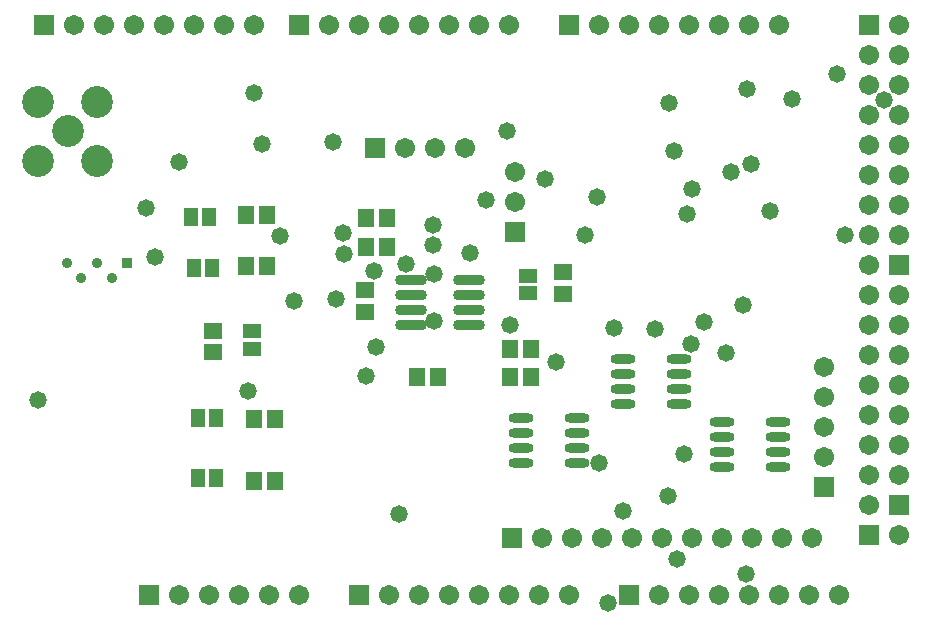
<source format=gbs>
%FSDAX24Y24*%
%MOIN*%
%SFA1B1*%

%IPPOS*%
%ADD39R,0.055200X0.063100*%
%ADD40R,0.063100X0.055200*%
%ADD44R,0.051300X0.063100*%
%ADD52R,0.067100X0.067100*%
%ADD53C,0.067100*%
%ADD54R,0.067100X0.067100*%
%ADD55C,0.106400*%
%ADD56R,0.035600X0.035600*%
%ADD57C,0.035600*%
%ADD58C,0.058000*%
%ADD59R,0.063100X0.051300*%
%ADD60O,0.106400X0.035600*%
%ADD61O,0.082800X0.031600*%
%LNpcb_csn_v3_1-1*%
%LPD*%
G54D39*
X014154Y008150D03*
X013446D03*
X017254Y009100D03*
X016546D03*
X017254Y008150D03*
X016546D03*
X011746Y012500D03*
X012454D03*
X007746Y011850D03*
X008454D03*
X007746Y013550D03*
X008454D03*
X012454Y013450D03*
X011746D03*
X007996Y006750D03*
X008704D03*
X007996Y004700D03*
X008704D03*
G54D40*
X011700Y010346D03*
Y011054D03*
X006650Y008996D03*
Y009704D03*
X018300Y010946D03*
Y011654D03*
G54D44*
X006745Y004800D03*
X006155D03*
X006595Y011800D03*
X006005D03*
X006495Y013500D03*
X005905D03*
X006745Y006800D03*
X006155D03*
G54D52*
X011500Y000900D03*
X028500Y002900D03*
X016600Y002800D03*
X028500Y019900D03*
X009500D03*
X020500Y000900D03*
X012050Y015800D03*
X001000Y019900D03*
X018500D03*
X004500Y000900D03*
G54D53*
X012500Y000900D03*
X013500D03*
X014500D03*
X015500D03*
X016500D03*
X017500D03*
X018500D03*
X029500Y002900D03*
X026600Y002800D03*
X025600D03*
X024600D03*
X023600D03*
X022600D03*
X021600D03*
X020600D03*
X019600D03*
X018600D03*
X017600D03*
X029500Y019900D03*
X010500D03*
X011500D03*
X012500D03*
X013500D03*
X014500D03*
X015500D03*
X016500D03*
X021500Y000900D03*
X022500D03*
X023500D03*
X024500D03*
X025500D03*
X026500D03*
X027500D03*
X028500Y003900D03*
X029500Y004900D03*
X028500D03*
X029500Y005900D03*
X028500D03*
X029500Y006900D03*
X028500D03*
X029500Y007900D03*
X028500D03*
X029500Y008900D03*
X028500D03*
X029500Y009900D03*
X028500D03*
X029500Y010900D03*
X028500D03*
X015050Y015800D03*
X014050D03*
X013050D03*
X002000Y019900D03*
X003000D03*
X004000D03*
X005000D03*
X006000D03*
X007000D03*
X008000D03*
X019500D03*
X020500D03*
X021500D03*
X022500D03*
X023500D03*
X024500D03*
X025500D03*
X005500Y000900D03*
X006500D03*
X007500D03*
X008500D03*
X009500D03*
X028500Y011900D03*
X029500Y012900D03*
X028500D03*
X029500Y013900D03*
X028500D03*
X029500Y014900D03*
X028500D03*
X029500Y015900D03*
X028500D03*
X029500Y016900D03*
X028500D03*
X029500Y017900D03*
X028500D03*
X029500Y018900D03*
X028500D03*
X016700Y015000D03*
Y014000D03*
X027000Y005500D03*
Y006500D03*
Y007500D03*
Y008500D03*
G54D54*
X029500Y003900D03*
Y011900D03*
X016700Y013000D03*
X027000Y004500D03*
G54D55*
X000816Y017334D03*
X002784D03*
Y015366D03*
X000816D03*
X001800Y016350D03*
G54D56*
X003764Y011950D03*
G54D57*
X002252Y011450D03*
X003276D03*
X001764Y011950D03*
X002764D03*
G54D58*
X022570Y009270D03*
X021370Y009780D03*
X019440Y014160D03*
X011010Y012280D03*
X012000Y011692D03*
X013970Y012570D03*
X005520Y015340D03*
X017700Y014750D03*
X020010Y009800D03*
X019520Y005300D03*
X014000Y010030D03*
X022620Y014420D03*
X023910Y015010D03*
X024580Y015260D03*
X004395Y013810D03*
X020320Y003700D03*
X027700Y012900D03*
X016440Y016350D03*
X000820Y007410D03*
X019800Y000620D03*
X021800Y004200D03*
X024400Y001600D03*
X007796Y007700D03*
X008870Y012880D03*
X015224Y012286D03*
X012850Y003600D03*
X013090Y011940D03*
X013980Y013220D03*
X022450Y013600D03*
X010990Y012970D03*
X011750Y008210D03*
X009350Y010690D03*
X019050Y012890D03*
X015740Y014050D03*
X023020Y010000D03*
X010750Y010770D03*
X023760Y008950D03*
X024320Y010550D03*
X008280Y015930D03*
X018090Y008660D03*
X016550Y009910D03*
X010630Y015990D03*
X008000Y017640D03*
X004700Y012160D03*
X021860Y017290D03*
X022000Y015710D03*
X029000Y017400D03*
X024450Y017760D03*
X025950Y017420D03*
X027460Y018250D03*
X025200Y013690D03*
X012070Y009170D03*
X014020Y011590D03*
X022100Y002110D03*
X022340Y005590D03*
G54D59*
X007950Y009695D03*
Y009105D03*
X017150Y011545D03*
Y010955D03*
G54D60*
X013235Y009900D03*
Y010400D03*
Y010900D03*
Y011400D03*
X015165Y009900D03*
Y010400D03*
Y010900D03*
Y011400D03*
G54D61*
X018775Y006800D03*
Y006300D03*
Y005800D03*
Y005300D03*
X016925Y006800D03*
Y006300D03*
Y005800D03*
Y005300D03*
X022175Y008750D03*
Y008250D03*
Y007750D03*
Y007250D03*
X020325Y008750D03*
Y008250D03*
Y007750D03*
Y007250D03*
X023625Y005150D03*
Y005650D03*
Y006150D03*
Y006650D03*
X025475Y005150D03*
Y005650D03*
Y006150D03*
Y006650D03*
M02*
</source>
